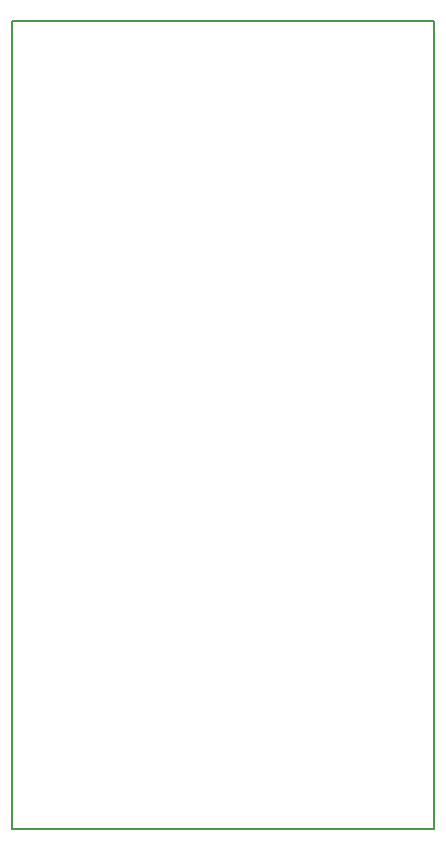
<source format=gm1>
G04 MADE WITH FRITZING*
G04 WWW.FRITZING.ORG*
G04 SINGLE SIDED*
G04 HOLES NOT PLATED*
G04 CONTOUR ON CENTER OF CONTOUR VECTOR*
%ASAXBY*%
%FSLAX23Y23*%
%MOIN*%
%OFA0B0*%
%SFA1.0B1.0*%
%ADD10R,1.415250X2.699440*%
%ADD11C,0.008000*%
%ADD10C,0.008*%
%LNCONTOUR*%
G90*
G70*
G54D10*
G54D11*
X4Y2695D02*
X1411Y2695D01*
X1411Y4D01*
X4Y4D01*
X4Y2695D01*
D02*
G04 End of contour*
M02*
</source>
